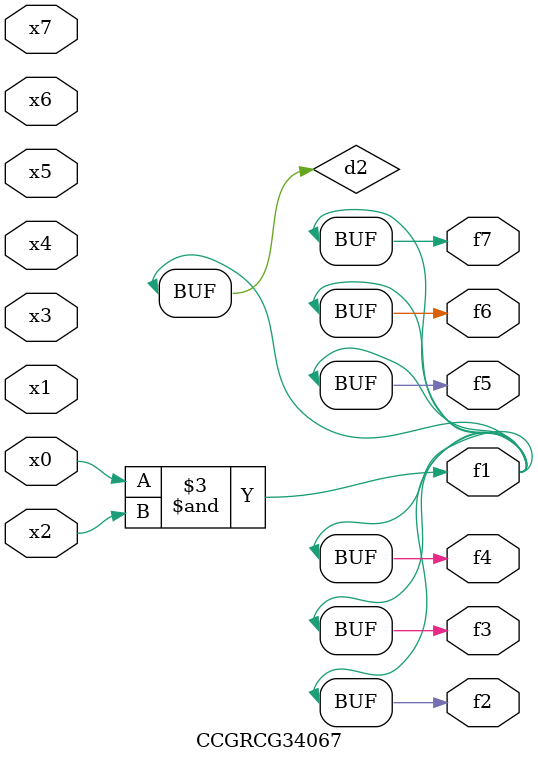
<source format=v>
module CCGRCG34067(
	input x0, x1, x2, x3, x4, x5, x6, x7,
	output f1, f2, f3, f4, f5, f6, f7
);

	wire d1, d2;

	nor (d1, x3, x6);
	and (d2, x0, x2);
	assign f1 = d2;
	assign f2 = d2;
	assign f3 = d2;
	assign f4 = d2;
	assign f5 = d2;
	assign f6 = d2;
	assign f7 = d2;
endmodule

</source>
